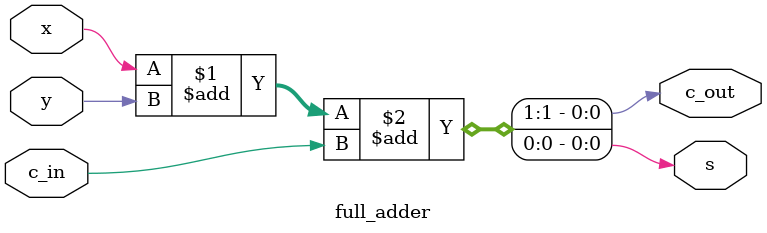
<source format=v>
module full_adder(
    x, y, c_in,
    s, c_out
);
    input x, y;
    input c_in;
    output s;
    output c_out;

    assign #5 {c_out, s} = x + y + c_in;
endmodule

</source>
